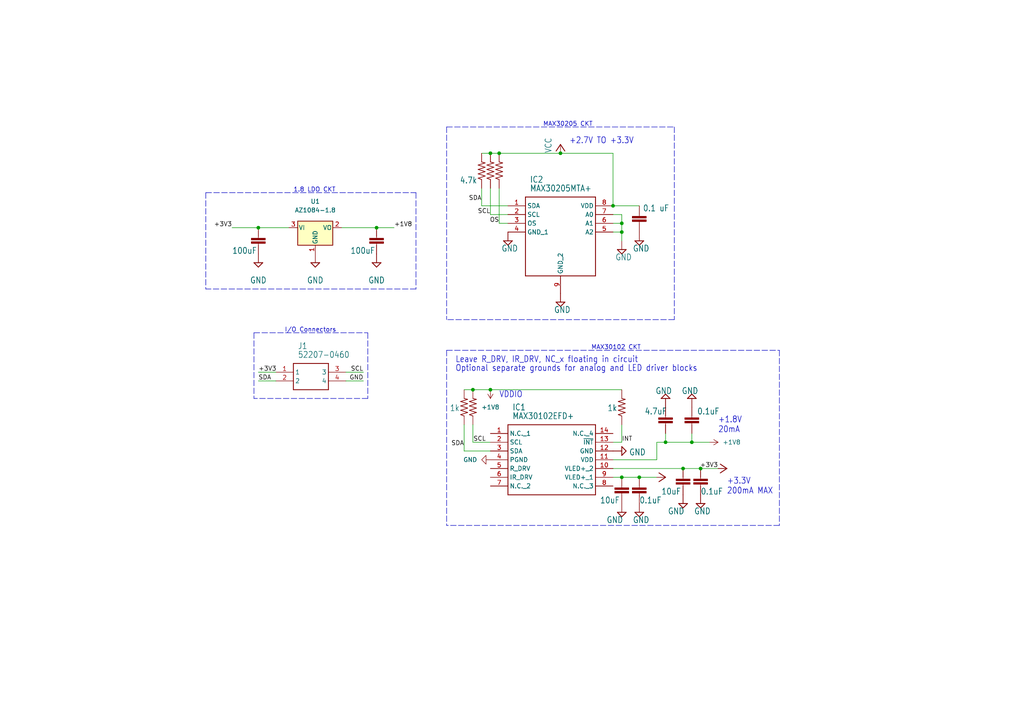
<source format=kicad_sch>
(kicad_sch (version 20211123) (generator eeschema)
  (paper "A4")
  (lib_symbols
    (symbol "IC_PCB-eagle-import:52207-0460"
      (property "Reference" "J" (at 16.51 7.62 0))
      (property "Value" "52207-0460" (at 16.51 5.08 0))
      (symbol "52207-0460_1_0"
        (polyline (pts (xy 5.08 2.54) (xy 5.08 -5.08)) (stroke (width 0.254)))
        (polyline (pts (xy 5.08 2.54) (xy 15.24 2.54)) (stroke (width 0.254)))
        (polyline (pts (xy 15.24 -5.08) (xy 5.08 -5.08)) (stroke (width 0.254)))
        (polyline (pts (xy 15.24 -5.08) (xy 15.24 2.54)) (stroke (width 0.254)))
        (pin bidirectional line (at 0 0 0) (length 5.08) (name "1") (number "1"))
        (pin bidirectional line (at 0 -2.54 0) (length 5.08) (name "2") (number "2"))
        (pin bidirectional line (at 20.32 0 180) (length 5.08) (name "3") (number "3"))
        (pin bidirectional line (at 20.32 -2.54 180) (length 5.08) (name "4") (number "4"))
      )
    )
    (symbol "IC_PCB-eagle-import:C2,5-3"
      (property "Reference" "C" (at 1.524 0.381 0))
      (property "Value" "C2,5-3" (at 1.524 -4.699 0))
      (symbol "C2,5-3_1_0"
        (rectangle (start -2.032 -2.032) (end 2.032 -1.524) (fill (type outline)))
        (rectangle (start -2.032 -1.016) (end 2.032 -0.508) (fill (type outline)))
        (polyline (pts (xy 0 -2.54) (xy 0 -2.032)) (stroke (width 0.1524)))
        (polyline (pts (xy 0 0) (xy 0 -0.508)) (stroke (width 0.1524)))
        (pin passive line (at 0 2.54 270) (length 2.54) (name "1") (number "1"))
        (pin passive line (at 0 -5.08 90) (length 2.54) (name "2") (number "2"))
      )
    )
    (symbol "IC_PCB-eagle-import:C2.5{slash}2"
      (property "Reference" "C" (at 1.524 0.381 0))
      (property "Value" "C2.5{slash}2" (at 1.524 -4.699 0))
      (symbol "C2.5{slash}2_1_0"
        (rectangle (start -2.032 -2.032) (end 2.032 -1.524) (fill (type outline)))
        (rectangle (start -2.032 -1.016) (end 2.032 -0.508) (fill (type outline)))
        (polyline (pts (xy 0 -2.54) (xy 0 -2.032)) (stroke (width 0.1524)))
        (polyline (pts (xy 0 0) (xy 0 -0.508)) (stroke (width 0.1524)))
        (pin passive line (at 0 2.54 270) (length 2.54) (name "1") (number "1"))
        (pin passive line (at 0 -5.08 90) (length 2.54) (name "2") (number "2"))
      )
    )
    (symbol "IC_PCB-eagle-import:GND" (power)
      (property "Value" "GND" (at -1.905 -3.175 0))
      (symbol "GND_1_0"
        (polyline (pts (xy -1.27 0) (xy 1.27 0)) (stroke (width 0.254)))
        (polyline (pts (xy 0 -1.27) (xy -1.27 0)) (stroke (width 0.254)))
        (polyline (pts (xy 1.27 0) (xy 0 -1.27)) (stroke (width 0.254)))
        (pin power_in line (at 0 2.54 270) (length 2.54) (name "GND") (number "1"))
      )
    )
    (symbol "IC_PCB-eagle-import:MAX30102EFD+"
      (property "Reference" "IC" (at 31.75 7.62 0))
      (property "Value" "MAX30102EFD+" (at 31.75 5.08 0))
      (symbol "MAX30102EFD+_1_0"
        (polyline (pts (xy 5.08 2.54) (xy 5.08 -17.78)) (stroke (width 0.254)))
        (polyline (pts (xy 5.08 2.54) (xy 30.48 2.54)) (stroke (width 0.254)))
        (polyline (pts (xy 30.48 -17.78) (xy 5.08 -17.78)) (stroke (width 0.254)))
        (polyline (pts (xy 30.48 -17.78) (xy 30.48 2.54)) (stroke (width 0.254)))
        (pin bidirectional line (at 0 0 0) (length 5.08) (name "N.C._1") (number "1"))
        (pin bidirectional line (at 35.56 -10.16 180) (length 5.08) (name "VLED+_2") (number "10"))
        (pin bidirectional line (at 35.56 -7.62 180) (length 5.08) (name "VDD") (number "11"))
        (pin bidirectional line (at 35.56 -5.08 180) (length 5.08) (name "GND") (number "12"))
        (pin bidirectional line (at 35.56 -2.54 180) (length 5.08) (name "~{INT}") (number "13"))
        (pin bidirectional line (at 35.56 0 180) (length 5.08) (name "N.C._4") (number "14"))
        (pin bidirectional line (at 0 -2.54 0) (length 5.08) (name "SCL") (number "2"))
        (pin bidirectional line (at 0 -5.08 0) (length 5.08) (name "SDA") (number "3"))
        (pin bidirectional line (at 0 -7.62 0) (length 5.08) (name "PGND") (number "4"))
        (pin bidirectional line (at 0 -10.16 0) (length 5.08) (name "R_DRV") (number "5"))
        (pin bidirectional line (at 0 -12.7 0) (length 5.08) (name "IR_DRV") (number "6"))
        (pin bidirectional line (at 0 -15.24 0) (length 5.08) (name "N.C._2") (number "7"))
        (pin bidirectional line (at 35.56 -15.24 180) (length 5.08) (name "N.C._3") (number "8"))
        (pin bidirectional line (at 35.56 -12.7 180) (length 5.08) (name "VLED+_1") (number "9"))
      )
    )
    (symbol "IC_PCB-eagle-import:MAX30205MTA+"
      (property "Reference" "IC" (at 26.67 7.62 0))
      (property "Value" "MAX30205MTA+" (at 26.67 5.08 0))
      (symbol "MAX30205MTA+_1_0"
        (polyline (pts (xy 5.08 2.54) (xy 5.08 -20.32)) (stroke (width 0.254)))
        (polyline (pts (xy 5.08 2.54) (xy 25.4 2.54)) (stroke (width 0.254)))
        (polyline (pts (xy 25.4 -20.32) (xy 5.08 -20.32)) (stroke (width 0.254)))
        (polyline (pts (xy 25.4 -20.32) (xy 25.4 2.54)) (stroke (width 0.254)))
        (pin bidirectional line (at 0 0 0) (length 5.08) (name "SDA") (number "1"))
        (pin bidirectional line (at 0 -2.54 0) (length 5.08) (name "SCL") (number "2"))
        (pin bidirectional line (at 0 -5.08 0) (length 5.08) (name "OS") (number "3"))
        (pin bidirectional line (at 0 -7.62 0) (length 5.08) (name "GND_1") (number "4"))
        (pin bidirectional line (at 30.48 -7.62 180) (length 5.08) (name "A2") (number "5"))
        (pin bidirectional line (at 30.48 -5.08 180) (length 5.08) (name "A1") (number "6"))
        (pin bidirectional line (at 30.48 -2.54 180) (length 5.08) (name "A0") (number "7"))
        (pin bidirectional line (at 30.48 0 180) (length 5.08) (name "VDD") (number "8"))
        (pin bidirectional line (at 15.24 -25.4 90) (length 5.08) (name "GND_2") (number "9"))
      )
    )
    (symbol "IC_PCB-eagle-import:R-US_0204{slash}2V"
      (property "Reference" "R" (at -3.81 1.4986 0))
      (property "Value" "R-US_0204{slash}2V" (at -3.81 -3.302 0))
      (symbol "R-US_0204{slash}2V_1_0"
        (polyline (pts (xy -2.54 0) (xy -2.159 1.016)) (stroke (width 0.2032)))
        (polyline (pts (xy -2.159 1.016) (xy -1.524 -1.016)) (stroke (width 0.2032)))
        (polyline (pts (xy -1.524 -1.016) (xy -0.889 1.016)) (stroke (width 0.2032)))
        (polyline (pts (xy -0.889 1.016) (xy -0.254 -1.016)) (stroke (width 0.2032)))
        (polyline (pts (xy -0.254 -1.016) (xy 0.381 1.016)) (stroke (width 0.2032)))
        (polyline (pts (xy 0.381 1.016) (xy 1.016 -1.016)) (stroke (width 0.2032)))
        (polyline (pts (xy 1.016 -1.016) (xy 1.651 1.016)) (stroke (width 0.2032)))
        (polyline (pts (xy 1.651 1.016) (xy 2.286 -1.016)) (stroke (width 0.2032)))
        (polyline (pts (xy 2.286 -1.016) (xy 2.54 0)) (stroke (width 0.2032)))
        (pin passive line (at -5.08 0 0) (length 2.54) (name "1") (number "1"))
        (pin passive line (at 5.08 0 180) (length 2.54) (name "2") (number "2"))
      )
    )
    (symbol "IC_PCB-eagle-import:VCC" (power)
      (property "Value" "VCC" (at -2.54 -2.54 90))
      (symbol "VCC_1_0"
        (polyline (pts (xy 0 0) (xy -1.27 -1.905)) (stroke (width 0.254)))
        (polyline (pts (xy 1.27 -1.905) (xy 0 0)) (stroke (width 0.254)))
        (pin power_in line (at 0 -2.54 90) (length 2.54) (name "VCC") (number "1"))
      )
    )
    (symbol "Regulator_Linear:AZ1084-1.8" (pin_names (offset 0.254))
      (property "Reference" "U" (at -3.81 3.175 0))
      (property "Value" "AZ1084-1.8" (at 0 3.175 0))
      (symbol "AZ1084-1.8_0_1"
        (rectangle (start -5.08 1.905) (end 5.08 -5.08) (stroke (width 0.254)) (fill (type background)))
      )
      (symbol "AZ1084-1.8_1_1"
        (pin power_in line (at 0 -7.62 90) (length 2.54) (name "GND") (number "1"))
        (pin power_out line (at 7.62 0 180) (length 2.54) (name "VO") (number "2"))
        (pin power_in line (at -7.62 0 0) (length 2.54) (name "VI") (number "3"))
      )
    )
    (symbol "power:+1V8" (power) (pin_names (offset 0))
      (property "Value" "+1V8" (at 0 3.556 0))
      (symbol "+1V8_0_1"
        (polyline (pts (xy -0.762 1.27) (xy 0 2.54)))
        (polyline (pts (xy 0 0) (xy 0 2.54)))
        (polyline (pts (xy 0 2.54) (xy 0.762 1.27)))
      )
      (symbol "+1V8_1_1"
        (pin power_in line (at 0 0 90) (length 0) hide (name "+1V8") (number "1"))
      )
    )
    (symbol "power:GND" (power) (pin_names (offset 0))
      (property "Value" "GND" (at 0 -3.81 0))
      (symbol "GND_0_1"
        (polyline (pts (xy 0 0) (xy 0 -1.27) (xy 1.27 -1.27) (xy 0 -2.54) (xy -1.27 -1.27) (xy 0 -1.27)))
      )
      (symbol "GND_1_1"
        (pin power_in line (at 0 0 270) (length 0) hide (name "GND") (number "1"))
      )
    )
  )
  (junction (at 162.56 44.45))
  (junction (at 177.8 59.69))
  (junction (at 185.42 138.43))
  (junction (at 180.34 64.77))
  (junction (at 180.34 67.31))
  (junction (at 109.22 66.04))
  (junction (at 180.34 138.43))
  (junction (at 144.78 44.45))
  (junction (at 137.16 113.03))
  (junction (at 193.04 128.27))
  (junction (at 74.93 66.04))
  (junction (at 198.12 135.89))
  (junction (at 142.24 113.03))
  (junction (at 203.2 135.89))
  (junction (at 142.24 44.45))
  (junction (at 200.66 128.27))
  (wire (pts (xy 177.8 133.35) (xy 190.5 133.35)))
  (polyline (pts (xy 129.54 36.83) (xy 195.58 36.83)))
  (wire (pts (xy 180.34 67.31) (xy 180.34 69.85)))
  (wire (pts (xy 190.5 128.27) (xy 193.04 128.27)))
  (wire (pts (xy 142.24 113.03) (xy 180.34 113.03)))
  (polyline (pts (xy 195.58 92.71) (xy 129.54 92.71)))
  (wire (pts (xy 134.62 130.81) (xy 134.62 123.19)))
  (wire (pts (xy 193.04 128.27) (xy 193.04 125.73)))
  (wire (pts (xy 144.78 64.77) (xy 144.78 54.61)))
  (wire (pts (xy 137.16 113.03) (xy 142.24 113.03)))
  (wire (pts (xy 180.34 62.23) (xy 180.34 64.77)))
  (polyline (pts (xy 120.65 55.88) (xy 120.65 83.82)))
  (polyline (pts (xy 226.06 152.4) (xy 129.54 152.4)))
  (wire (pts (xy 200.66 128.27) (xy 200.66 125.73)))
  (wire (pts (xy 142.24 128.27) (xy 137.16 128.27)))
  (wire (pts (xy 139.7 59.69) (xy 139.7 54.61)))
  (wire (pts (xy 74.93 110.49) (xy 80.01 110.49)))
  (wire (pts (xy 177.8 67.31) (xy 180.34 67.31)))
  (wire (pts (xy 137.16 128.27) (xy 137.16 123.19)))
  (wire (pts (xy 180.34 138.43) (xy 185.42 138.43)))
  (polyline (pts (xy 226.06 101.6) (xy 226.06 152.4)))
  (wire (pts (xy 142.24 54.61) (xy 142.24 62.23)))
  (wire (pts (xy 203.2 135.89) (xy 208.28 135.89)))
  (wire (pts (xy 147.32 64.77) (xy 144.78 64.77)))
  (polyline (pts (xy 106.68 115.57) (xy 73.66 115.57)))
  (polyline (pts (xy 59.69 55.88) (xy 120.65 55.88)))
  (polyline (pts (xy 73.66 96.52) (xy 73.66 115.57)))
  (polyline (pts (xy 129.54 101.6) (xy 226.06 101.6)))
  (wire (pts (xy 147.32 59.69) (xy 139.7 59.69)))
  (wire (pts (xy 177.8 62.23) (xy 180.34 62.23)))
  (wire (pts (xy 74.93 107.95) (xy 80.01 107.95)))
  (wire (pts (xy 177.8 128.27) (xy 180.34 128.27)))
  (wire (pts (xy 177.8 138.43) (xy 180.34 138.43)))
  (polyline (pts (xy 59.69 55.88) (xy 59.69 83.82)))
  (wire (pts (xy 144.78 44.45) (xy 162.56 44.45)))
  (wire (pts (xy 142.24 44.45) (xy 144.78 44.45)))
  (wire (pts (xy 74.93 66.04) (xy 83.82 66.04)))
  (polyline (pts (xy 120.65 83.82) (xy 59.69 83.82)))
  (wire (pts (xy 67.31 66.04) (xy 74.93 66.04)))
  (wire (pts (xy 177.8 64.77) (xy 180.34 64.77)))
  (wire (pts (xy 198.12 135.89) (xy 203.2 135.89)))
  (wire (pts (xy 200.66 128.27) (xy 205.74 128.27)))
  (polyline (pts (xy 73.66 96.52) (xy 106.68 96.52)))
  (wire (pts (xy 100.33 110.49) (xy 105.41 110.49)))
  (wire (pts (xy 177.8 44.45) (xy 177.8 59.69)))
  (polyline (pts (xy 129.54 101.6) (xy 129.54 152.4)))
  (wire (pts (xy 139.7 44.45) (xy 142.24 44.45)))
  (wire (pts (xy 100.33 107.95) (xy 105.41 107.95)))
  (wire (pts (xy 193.04 128.27) (xy 200.66 128.27)))
  (wire (pts (xy 99.06 66.04) (xy 109.22 66.04)))
  (wire (pts (xy 147.32 62.23) (xy 142.24 62.23)))
  (polyline (pts (xy 195.58 36.83) (xy 195.58 92.71)))
  (wire (pts (xy 190.5 133.35) (xy 190.5 128.27)))
  (wire (pts (xy 137.16 113.03) (xy 134.62 113.03)))
  (polyline (pts (xy 106.68 96.52) (xy 106.68 115.57)))
  (wire (pts (xy 185.42 138.43) (xy 190.5 138.43)))
  (wire (pts (xy 109.22 66.04) (xy 114.3 66.04)))
  (wire (pts (xy 142.24 130.81) (xy 134.62 130.81)))
  (wire (pts (xy 180.34 64.77) (xy 180.34 67.31)))
  (wire (pts (xy 177.8 135.89) (xy 198.12 135.89)))
  (wire (pts (xy 162.56 44.45) (xy 177.8 44.45)))
  (wire (pts (xy 177.8 59.69) (xy 185.42 59.69)))
  (polyline (pts (xy 129.54 36.83) (xy 129.54 92.71)))
  (wire (pts (xy 180.34 123.19) (xy 180.34 128.27)))
  (text "+3.3V\n200mA MAX" (at 210.82 143.51 180) (effects (font (size 1.778 1.5113)) (justify left bottom)))
  (text "VDDIO" (at 144.78 115.57 180) (effects (font (size 1.778 1.5113)) (justify left bottom)))
  (text "1.8 LDO CKT" (at 85.09 55.88 0) (effects (font (size 1.27 1.27)) (justify left bottom)))
  (text "+1.8V\n20mA" (at 208.28 125.73 180) (effects (font (size 1.778 1.5113)) (justify left bottom)))
  (text "Optional separate grounds for analog and LED driver blocks" (at 132.08 107.95 180) (effects (font (size 1.778 1.5113)) (justify left bottom)))
  (text "MAX30102 CKT" (at 171.45 101.6 0) (effects (font (size 1.27 1.27)) (justify left bottom)))
  (text "MAX30205 CKT" (at 157.48 36.83 0) (effects (font (size 1.27 1.27)) (justify left bottom)))
  (text "I/O Connectors" (at 82.55 96.52 0) (effects (font (size 1.27 1.27)) (justify left bottom)))
  (text "Leave R_DRV, IR_DRV, NC_x floating in circuit" (at 132.08 105.41 180) (effects (font (size 1.778 1.5113)) (justify left bottom)))
  (text "+2.7V TO +3.3V" (at 165.1 41.91 180) (effects (font (size 1.778 1.5113)) (justify left bottom)))
  (label "SCL" (at 140.97 128.27 180))
  (label "GND" (at 105.41 110.49 180))
  (label "SCL" (at 105.41 107.95 180))
  (label "SDA" (at 74.93 110.49 0))
  (label "+3V3" (at 208.28 135.89 180))
  (label "OS" (at 144.78 64.77 180))
  (label "SDA" (at 134.62 129.54 180))
  (label "SDA" (at 139.7 58.42 180))
  (label "SCL" (at 142.24 62.23 180))
  (label "+1V8" (at 114.3 66.04 0))
  (label "+3V3" (at 67.31 66.04 180))
  (label "+3V3" (at 74.93 107.95 0))
  (label "INT" (at 180.34 128.27 0))
  (symbol (lib_id "IC_PCB-eagle-import:C2,5-3") (at 109.22 68.58 0) (unit 1)
    (property "Reference" "C2" (effects hide))
    (property "Value" "100uF" (at 101.6 73.66 0) (effects (font (size 1.778 1.5113)) (justify left bottom)))
    (property "Footprint" "Capacitor_SMD:C_0201_0603Metric_Pad0.64x0.40mm_HandSolder" (effects hide))
  )
  (symbol (lib_id "IC_PCB-eagle-import:GND") (at 180.34 130.81 90) (unit 1)
    (property "Reference" "#SUPPLY0101" (effects hide))
    (property "Value" "GND" (at 187.325 130.175 90) (effects (font (size 1.778 1.5113)) (justify left bottom)))
    (property "Footprint" "IC_PCB:" (effects hide))
  )
  (symbol (lib_id "IC_PCB-eagle-import:GND") (at 200.66 115.57 180) (unit 1)
    (property "Reference" "#SUPPLY0105" (effects hide))
    (property "Value" "GND" (at 202.565 112.395 0) (effects (font (size 1.778 1.5113)) (justify left bottom)))
    (property "Footprint" "IC_PCB:" (effects hide))
  )
  (symbol (lib_id "IC_PCB-eagle-import:C2.5{slash}2") (at 185.42 62.23 0) (unit 1)
    (property "Reference" "C4" (effects hide))
    (property "Value" "0.1 uF" (at 186.436 61.341 0) (effects (font (size 1.778 1.5113)) (justify left bottom)))
    (property "Footprint" "Capacitor_SMD:C_0201_0603Metric_Pad0.64x0.40mm_HandSolder" (effects hide))
  )
  (symbol (lib_id "IC_PCB-eagle-import:GND") (at 74.93 76.2 0) (unit 1)
    (property "Reference" "#SUPPLY0108" (effects hide))
    (property "Value" "GND" (at 74.93 81.28 0) (effects (font (size 1.778 1.5113))))
    (property "Footprint" "IC_PCB:" (effects hide))
  )
  (symbol (lib_id "IC_PCB-eagle-import:GND") (at 91.44 76.2 0) (unit 1)
    (property "Reference" "#SUPPLY0109" (effects hide))
    (property "Value" "GND" (at 91.44 81.28 0) (effects (font (size 1.778 1.5113))))
    (property "Footprint" "IC_PCB:" (effects hide))
  )
  (symbol (lib_id "power:GND") (at 142.24 133.35 270) (unit 1)
    (property "Reference" "#PWR0103" (effects hide))
    (property "Value" "GND" (at 138.43 133.3499 90) (effects (justify right)))
  )
  (symbol (lib_id "IC_PCB-eagle-import:C2,5-3") (at 203.2 138.43 0) (unit 1)
    (property "Reference" "C9" (effects hide))
    (property "Value" "0.1uF" (at 203.2 143.51 0) (effects (font (size 1.778 1.5113)) (justify left bottom)))
    (property "Footprint" "Capacitor_SMD:C_0201_0603Metric_Pad0.64x0.40mm_HandSolder" (effects hide))
  )
  (symbol (lib_id "IC_PCB-eagle-import:GND") (at 162.56 87.63 0) (unit 1)
    (property "Reference" "#SUPPLY0113" (effects hide))
    (property "Value" "GND" (at 160.655 90.805 0) (effects (font (size 1.778 1.5113)) (justify left bottom)))
    (property "Footprint" "IC_PCB:" (effects hide))
  )
  (symbol (lib_id "IC_PCB-eagle-import:GND") (at 185.42 148.59 0) (unit 1)
    (property "Reference" "#SUPPLY0104" (effects hide))
    (property "Value" "GND" (at 183.515 151.765 0) (effects (font (size 1.778 1.5113)) (justify left bottom)))
    (property "Footprint" "IC_PCB:" (effects hide))
  )
  (symbol (lib_id "IC_PCB-eagle-import:MAX30205MTA+") (at 147.32 59.69 0) (unit 1)
    (property "Reference" "IC2" (at 153.67 52.07 0) (effects (font (size 1.778 1.5113)) (justify left)))
    (property "Value" "MAX30205MTA+" (at 153.67 54.61 0) (effects (font (size 1.778 1.5113)) (justify left)))
    (property "Footprint" "MAX30205MTA+:SON65P300X300X80-9N" (effects hide))
  )
  (symbol (lib_id "IC_PCB-eagle-import:C2,5-3") (at 185.42 140.97 0) (unit 1)
    (property "Reference" "C5" (effects hide))
    (property "Value" "0.1uF" (at 185.42 146.05 0) (effects (font (size 1.778 1.5113)) (justify left bottom)))
    (property "Footprint" "Capacitor_SMD:C_0201_0603Metric_Pad0.64x0.40mm_HandSolder" (effects hide))
  )
  (symbol (lib_id "IC_PCB-eagle-import:GND") (at 203.2 146.05 0) (unit 1)
    (property "Reference" "#SUPPLY0106" (effects hide))
    (property "Value" "GND" (at 201.295 149.225 0) (effects (font (size 1.778 1.5113)) (justify left bottom)))
    (property "Footprint" "IC_PCB:" (effects hide))
  )
  (symbol (lib_id "IC_PCB-eagle-import:GND") (at 198.12 146.05 0) (unit 1)
    (property "Reference" "#SUPPLY0102" (effects hide))
    (property "Value" "GND" (at 193.675 149.225 0) (effects (font (size 1.778 1.5113)) (justify left bottom)))
    (property "Footprint" "IC_PCB:" (effects hide))
  )
  (symbol (lib_id "IC_PCB-eagle-import:R-US_0204{slash}2V") (at 180.34 118.11 90) (unit 1)
    (property "Reference" "R6" (effects hide))
    (property "Value" "1k" (at 179.07 117.348 90) (effects (font (size 1.778 1.5113)) (justify left bottom)))
    (property "Footprint" "Resistor_SMD:R_0201_0603Metric_Pad0.64x0.40mm_HandSolder" (effects hide))
  )
  (symbol (lib_id "IC_PCB-eagle-import:C2,5-3") (at 200.66 120.65 0) (unit 1)
    (property "Reference" "C8" (effects hide))
    (property "Value" "0.1uF" (at 202.184 120.269 0) (effects (font (size 1.778 1.5113)) (justify left bottom)))
    (property "Footprint" "Capacitor_SMD:C_0201_0603Metric_Pad0.64x0.40mm_HandSolder" (effects hide))
  )
  (symbol (lib_id "IC_PCB-eagle-import:VCC") (at 210.82 135.89 270) (unit 1)
    (property "Reference" "#P+0102" (effects hide))
    (property "Value" "VCC" (effects hide))
    (property "Footprint" "IC_PCB:" (effects hide))
  )
  (symbol (lib_id "IC_PCB-eagle-import:VCC") (at 193.04 138.43 270) (unit 1)
    (property "Reference" "#P+0101" (effects hide))
    (property "Value" "VCC" (effects hide))
    (property "Footprint" "IC_PCB:" (effects hide))
  )
  (symbol (lib_id "IC_PCB-eagle-import:GND") (at 180.34 72.39 0) (unit 1)
    (property "Reference" "#SUPPLY0112" (effects hide))
    (property "Value" "GND" (at 178.435 75.565 0) (effects (font (size 1.778 1.5113)) (justify left bottom)))
    (property "Footprint" "IC_PCB:" (effects hide))
  )
  (symbol (lib_id "IC_PCB-eagle-import:R-US_0204{slash}2V") (at 139.7 49.53 90) (unit 1)
    (property "Reference" "R3" (effects hide))
    (property "Value" "4.7k" (effects hide))
    (property "Footprint" "Resistor_SMD:R_0201_0603Metric_Pad0.64x0.40mm_HandSolder" (effects hide))
  )
  (symbol (lib_id "IC_PCB-eagle-import:R-US_0204{slash}2V") (at 144.78 49.53 90) (unit 1)
    (property "Reference" "R5" (effects hide))
    (property "Value" "4.7k" (at 138.43 51.308 90) (effects (font (size 1.778 1.5113)) (justify left bottom)))
    (property "Footprint" "Resistor_SMD:R_0201_0603Metric_Pad0.64x0.40mm_HandSolder" (effects hide))
  )
  (symbol (lib_id "power:+1V8") (at 142.24 113.03 180) (unit 1)
    (property "Reference" "#PWR0102" (effects hide))
    (property "Value" "+1V8" (at 142.24 118.11 0))
  )
  (symbol (lib_id "IC_PCB-eagle-import:GND") (at 193.04 115.57 180) (unit 1)
    (property "Reference" "#SUPPLY0110" (effects hide))
    (property "Value" "GND" (at 194.945 112.395 0) (effects (font (size 1.778 1.5113)) (justify left bottom)))
    (property "Footprint" "IC_PCB:" (effects hide))
  )
  (symbol (lib_id "IC_PCB-eagle-import:C2,5-3") (at 193.04 120.65 0) (unit 1)
    (property "Reference" "C6" (effects hide))
    (property "Value" "4.7uF" (at 186.944 120.269 0) (effects (font (size 1.778 1.5113)) (justify left bottom)))
    (property "Footprint" "Capacitor_SMD:C_0201_0603Metric_Pad0.64x0.40mm_HandSolder" (effects hide))
  )
  (symbol (lib_id "IC_PCB-eagle-import:GND") (at 147.32 69.85 0) (unit 1)
    (property "Reference" "#SUPPLY0114" (effects hide))
    (property "Value" "GND" (at 145.415 73.025 0) (effects (font (size 1.778 1.5113)) (justify left bottom)))
    (property "Footprint" "IC_PCB:" (effects hide))
  )
  (symbol (lib_id "IC_PCB-eagle-import:R-US_0204{slash}2V") (at 134.62 118.11 90) (unit 1)
    (property "Reference" "R1" (effects hide))
    (property "Value" "1k" (at 133.35 117.348 90) (effects (font (size 1.778 1.5113)) (justify left bottom)))
    (property "Footprint" "Resistor_SMD:R_0201_0603Metric_Pad0.64x0.40mm_HandSolder" (effects hide))
  )
  (symbol (lib_id "IC_PCB-eagle-import:R-US_0204{slash}2V") (at 137.16 118.11 90) (unit 1)
    (property "Reference" "R2" (effects hide))
    (property "Value" "1k" (effects hide))
    (property "Footprint" "Resistor_SMD:R_0201_0603Metric_Pad0.64x0.40mm_HandSolder" (effects hide))
  )
  (symbol (lib_id "power:+1V8") (at 205.74 128.27 270) (unit 1)
    (property "Reference" "#PWR0101" (effects hide))
    (property "Value" "+1V8" (at 209.55 128.2699 90) (effects (justify left)))
  )
  (symbol (lib_id "Regulator_Linear:AZ1084-1.8") (at 91.44 66.04 0) (unit 1)
    (property "Reference" "U1" (at 91.44 58.42 0))
    (property "Value" "AZ1084-1.8" (at 91.44 60.96 0))
    (property "Footprint" "Package_TO_SOT_SMD:TO-252-3_TabPin2" (effects hide))
    (property "Datasheet" "https://www.diodes.com/assets/Datasheets/AZ1084.pdf" (effects hide))
  )
  (symbol (lib_id "IC_PCB-eagle-import:52207-0460") (at 80.01 107.95 0) (unit 1)
    (property "Reference" "J1" (at 86.36 100.33 0) (effects (font (size 1.778 1.5113)) (justify left)))
    (property "Value" "52207-0460" (at 86.36 102.87 0) (effects (font (size 1.778 1.5113)) (justify left)))
    (property "Footprint" "52207-0460:0522070433" (effects hide))
  )
  (symbol (lib_id "IC_PCB-eagle-import:C2,5-3") (at 74.93 68.58 0) (unit 1)
    (property "Reference" "C1" (effects hide))
    (property "Value" "100uF" (at 67.31 73.66 0) (effects (font (size 1.778 1.5113)) (justify left bottom)))
    (property "Footprint" "Capacitor_SMD:C_0201_0603Metric_Pad0.64x0.40mm_HandSolder" (effects hide))
  )
  (symbol (lib_id "IC_PCB-eagle-import:GND") (at 109.22 76.2 0) (unit 1)
    (property "Reference" "#SUPPLY0107" (effects hide))
    (property "Value" "GND" (at 109.22 81.28 0) (effects (font (size 1.778 1.5113))))
    (property "Footprint" "IC_PCB:" (effects hide))
  )
  (symbol (lib_id "IC_PCB-eagle-import:C2,5-3") (at 180.34 140.97 0) (unit 1)
    (property "Reference" "C3" (effects hide))
    (property "Value" "10uF" (at 173.99 146.05 0) (effects (font (size 1.778 1.5113)) (justify left bottom)))
    (property "Footprint" "Capacitor_SMD:C_0201_0603Metric_Pad0.64x0.40mm_HandSolder" (effects hide))
  )
  (symbol (lib_id "IC_PCB-eagle-import:GND") (at 185.42 69.85 0) (unit 1)
    (property "Reference" "#SUPPLY0111" (effects hide))
    (property "Value" "GND" (at 183.515 73.025 0) (effects (font (size 1.778 1.5113)) (justify left bottom)))
    (property "Footprint" "IC_PCB:" (effects hide))
  )
  (symbol (lib_id "IC_PCB-eagle-import:GND") (at 180.34 148.59 0) (unit 1)
    (property "Reference" "#SUPPLY0103" (effects hide))
    (property "Value" "GND" (at 175.895 151.765 0) (effects (font (size 1.778 1.5113)) (justify left bottom)))
    (property "Footprint" "IC_PCB:" (effects hide))
  )
  (symbol (lib_id "IC_PCB-eagle-import:R-US_0204{slash}2V") (at 142.24 49.53 90) (unit 1)
    (property "Reference" "R4" (effects hide))
    (property "Value" "4.7k" (effects hide))
    (property "Footprint" "Resistor_SMD:R_0201_0603Metric_Pad0.64x0.40mm_HandSolder" (effects hide))
  )
  (symbol (lib_id "IC_PCB-eagle-import:C2,5-3") (at 198.12 138.43 0) (unit 1)
    (property "Reference" "C7" (effects hide))
    (property "Value" "10uF" (at 191.77 143.51 0) (effects (font (size 1.778 1.5113)) (justify left bottom)))
    (property "Footprint" "Capacitor_SMD:C_0201_0603Metric_Pad0.64x0.40mm_HandSolder" (effects hide))
  )
  (symbol (lib_id "IC_PCB-eagle-import:MAX30102EFD+") (at 142.24 125.73 0) (unit 1)
    (property "Reference" "IC1" (at 148.59 118.11 0) (effects (font (size 1.778 1.5113)) (justify left)))
    (property "Value" "MAX30102EFD+" (at 148.59 120.65 0) (effects (font (size 1.778 1.5113)) (justify left)))
    (property "Footprint" "MAX30102EFD+:14-LEAD-OESIP" (effects hide))
  )
  (symbol (lib_id "IC_PCB-eagle-import:VCC") (at 162.56 41.91 0) (unit 1)
    (property "Reference" "#P+0103" (effects hide))
    (property "Value" "VCC" (at 160.02 44.45 90) (effects (font (size 1.778 1.5113)) (justify left bottom)))
    (property "Footprint" "IC_PCB:" (effects hide))
  )
)
</source>
